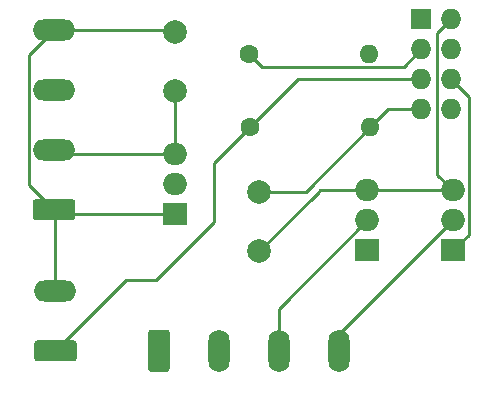
<source format=gtl>
%TF.GenerationSoftware,KiCad,Pcbnew,5.99.0+really5.1.10+dfsg1-1*%
%TF.CreationDate,2021-12-19T10:59:00-08:00*%
%TF.ProjectId,TasmotaGenericPCB,5461736d-6f74-4614-9765-6e6572696350,rev?*%
%TF.SameCoordinates,Original*%
%TF.FileFunction,Copper,L1,Top*%
%TF.FilePolarity,Positive*%
%FSLAX46Y46*%
G04 Gerber Fmt 4.6, Leading zero omitted, Abs format (unit mm)*
G04 Created by KiCad (PCBNEW 5.99.0+really5.1.10+dfsg1-1) date 2021-12-19 10:59:00*
%MOMM*%
%LPD*%
G01*
G04 APERTURE LIST*
%TA.AperFunction,ComponentPad*%
%ADD10O,3.600000X1.800000*%
%TD*%
%TA.AperFunction,ComponentPad*%
%ADD11O,1.800000X3.600000*%
%TD*%
%TA.AperFunction,ComponentPad*%
%ADD12O,1.600000X1.600000*%
%TD*%
%TA.AperFunction,ComponentPad*%
%ADD13C,1.600000*%
%TD*%
%TA.AperFunction,ComponentPad*%
%ADD14C,2.000000*%
%TD*%
%TA.AperFunction,ComponentPad*%
%ADD15R,1.727200X1.727200*%
%TD*%
%TA.AperFunction,ComponentPad*%
%ADD16O,1.727200X1.727200*%
%TD*%
%TA.AperFunction,ComponentPad*%
%ADD17O,2.000000X1.905000*%
%TD*%
%TA.AperFunction,ComponentPad*%
%ADD18R,2.000000X1.905000*%
%TD*%
%TA.AperFunction,Conductor*%
%ADD19C,0.250000*%
%TD*%
G04 APERTURE END LIST*
D10*
%TO.P,J3,2*%
%TO.N,/GND*%
X103124000Y-111633000D03*
%TO.P,J3,1*%
%TO.N,Net-(J3-Pad1)*%
%TA.AperFunction,ComponentPad*%
G36*
G01*
X104674000Y-117613000D02*
X101574000Y-117613000D01*
G75*
G02*
X101324000Y-117363000I0J250000D01*
G01*
X101324000Y-116063000D01*
G75*
G02*
X101574000Y-115813000I250000J0D01*
G01*
X104674000Y-115813000D01*
G75*
G02*
X104924000Y-116063000I0J-250000D01*
G01*
X104924000Y-117363000D01*
G75*
G02*
X104674000Y-117613000I-250000J0D01*
G01*
G37*
%TD.AperFunction*%
%TD*%
D11*
%TO.P,J2,4*%
%TO.N,Net-(J2-Pad4)*%
X127127000Y-116713000D03*
%TO.P,J2,3*%
%TO.N,Net-(J2-Pad3)*%
X122047000Y-116713000D03*
%TO.P,J2,2*%
%TO.N,Net-(J2-Pad2)*%
X116967000Y-116713000D03*
%TO.P,J2,1*%
%TO.N,Net-(J2-Pad1)*%
%TA.AperFunction,ComponentPad*%
G36*
G01*
X110987000Y-118263000D02*
X110987000Y-115163000D01*
G75*
G02*
X111237000Y-114913000I250000J0D01*
G01*
X112537000Y-114913000D01*
G75*
G02*
X112787000Y-115163000I0J-250000D01*
G01*
X112787000Y-118263000D01*
G75*
G02*
X112537000Y-118513000I-250000J0D01*
G01*
X111237000Y-118513000D01*
G75*
G02*
X110987000Y-118263000I0J250000D01*
G01*
G37*
%TD.AperFunction*%
%TD*%
D10*
%TO.P,J1,4*%
%TO.N,/GND*%
X102997000Y-89535000D03*
%TO.P,J1,3*%
%TO.N,Net-(C2-Pad1)*%
X102997000Y-94615000D03*
%TO.P,J1,2*%
%TO.N,/VCC*%
X102997000Y-99695000D03*
%TO.P,J1,1*%
%TO.N,/GND*%
%TA.AperFunction,ComponentPad*%
G36*
G01*
X104547000Y-105675000D02*
X101447000Y-105675000D01*
G75*
G02*
X101197000Y-105425000I0J250000D01*
G01*
X101197000Y-104125000D01*
G75*
G02*
X101447000Y-103875000I250000J0D01*
G01*
X104547000Y-103875000D01*
G75*
G02*
X104797000Y-104125000I0J-250000D01*
G01*
X104797000Y-105425000D01*
G75*
G02*
X104547000Y-105675000I-250000J0D01*
G01*
G37*
%TD.AperFunction*%
%TD*%
D12*
%TO.P,R2,2*%
%TO.N,Net-(C2-Pad1)*%
X129794000Y-97790000D03*
D13*
%TO.P,R2,1*%
%TO.N,Net-(J3-Pad1)*%
X119634000Y-97790000D03*
%TD*%
D12*
%TO.P,R1,2*%
%TO.N,Net-(C2-Pad1)*%
X129667000Y-91567000D03*
D13*
%TO.P,R1,1*%
%TO.N,Net-(R1-Pad1)*%
X119507000Y-91567000D03*
%TD*%
D14*
%TO.P,C2,2*%
%TO.N,/GND*%
X120396000Y-108251000D03*
%TO.P,C2,1*%
%TO.N,Net-(C2-Pad1)*%
X120396000Y-103251000D03*
%TD*%
%TO.P,C1,2*%
%TO.N,/GND*%
X113284000Y-89742000D03*
%TO.P,C1,1*%
%TO.N,/VCC*%
X113284000Y-94742000D03*
%TD*%
D15*
%TO.P,U1,1*%
%TO.N,Net-(J2-Pad1)*%
X134112000Y-88646000D03*
D16*
%TO.P,U1,2*%
%TO.N,/GND*%
X136652000Y-88646000D03*
%TO.P,U1,3*%
%TO.N,Net-(R1-Pad1)*%
X134112000Y-91186000D03*
%TO.P,U1,4*%
%TO.N,Net-(Q1-Pad1)*%
X136652000Y-91186000D03*
%TO.P,U1,5*%
%TO.N,Net-(J3-Pad1)*%
X134112000Y-93726000D03*
%TO.P,U1,6*%
%TO.N,Net-(Q2-Pad1)*%
X136652000Y-93726000D03*
%TO.P,U1,7*%
%TO.N,Net-(C2-Pad1)*%
X134112000Y-96266000D03*
%TO.P,U1,8*%
%TO.N,Net-(J2-Pad2)*%
X136652000Y-96266000D03*
%TD*%
D17*
%TO.P,U2,3*%
%TO.N,/VCC*%
X113284000Y-100076000D03*
%TO.P,U2,2*%
%TO.N,Net-(C2-Pad1)*%
X113284000Y-102616000D03*
D18*
%TO.P,U2,1*%
%TO.N,/GND*%
X113284000Y-105156000D03*
%TD*%
D17*
%TO.P,Q2,3*%
%TO.N,/GND*%
X136779000Y-103124000D03*
%TO.P,Q2,2*%
%TO.N,Net-(J2-Pad4)*%
X136779000Y-105664000D03*
D18*
%TO.P,Q2,1*%
%TO.N,Net-(Q2-Pad1)*%
X136779000Y-108204000D03*
%TD*%
D17*
%TO.P,Q1,3*%
%TO.N,/GND*%
X129540000Y-103124000D03*
%TO.P,Q1,2*%
%TO.N,Net-(J2-Pad3)*%
X129540000Y-105664000D03*
D18*
%TO.P,Q1,1*%
%TO.N,Net-(Q1-Pad1)*%
X129540000Y-108204000D03*
%TD*%
D19*
%TO.N,/GND*%
X103124000Y-104902000D02*
X102997000Y-104775000D01*
X103124000Y-111633000D02*
X103124000Y-104902000D01*
X136779000Y-103124000D02*
X129540000Y-103124000D01*
X125523000Y-103124000D02*
X125309000Y-103338000D01*
X129540000Y-103124000D02*
X125523000Y-103124000D01*
X125309000Y-103338000D02*
X120396000Y-108251000D01*
X125396000Y-103251000D02*
X125309000Y-103338000D01*
X113077000Y-89535000D02*
X113284000Y-89742000D01*
X102997000Y-89535000D02*
X113077000Y-89535000D01*
X103378000Y-105156000D02*
X102997000Y-104775000D01*
X113284000Y-105156000D02*
X103378000Y-105156000D01*
X135463399Y-89834601D02*
X136652000Y-88646000D01*
X135463399Y-101808399D02*
X135463399Y-89834601D01*
X136779000Y-103124000D02*
X135463399Y-101808399D01*
X100871990Y-91660010D02*
X102997000Y-89535000D01*
X100871990Y-102649990D02*
X100871990Y-91660010D01*
X102997000Y-104775000D02*
X100871990Y-102649990D01*
%TO.N,/VCC*%
X113792000Y-95250000D02*
X113284000Y-94742000D01*
X113284000Y-100076000D02*
X113284000Y-94742000D01*
X103378000Y-100076000D02*
X102997000Y-99695000D01*
X113284000Y-100076000D02*
X103378000Y-100076000D01*
%TO.N,Net-(C2-Pad1)*%
X131318000Y-96266000D02*
X129794000Y-97790000D01*
X134112000Y-96266000D02*
X131318000Y-96266000D01*
X124333000Y-103251000D02*
X129794000Y-97790000D01*
X120396000Y-103251000D02*
X124333000Y-103251000D01*
%TO.N,Net-(J2-Pad4)*%
X127127000Y-115316000D02*
X136779000Y-105664000D01*
X127127000Y-116713000D02*
X127127000Y-115316000D01*
%TO.N,Net-(J2-Pad3)*%
X122047000Y-113157000D02*
X129540000Y-105664000D01*
X122047000Y-116713000D02*
X122047000Y-113157000D01*
%TO.N,Net-(Q2-Pad1)*%
X138104010Y-95178010D02*
X136652000Y-93726000D01*
X138104010Y-106878990D02*
X138104010Y-95178010D01*
X136779000Y-108204000D02*
X138104010Y-106878990D01*
%TO.N,Net-(R1-Pad1)*%
X120632001Y-92692001D02*
X119507000Y-91567000D01*
X132605999Y-92692001D02*
X120632001Y-92692001D01*
X134112000Y-91186000D02*
X132605999Y-92692001D01*
%TO.N,Net-(J3-Pad1)*%
X103124000Y-116713000D02*
X109093000Y-110744000D01*
X111630502Y-110744000D02*
X116586000Y-105788502D01*
X109093000Y-110744000D02*
X111630502Y-110744000D01*
X116586000Y-100838000D02*
X119634000Y-97790000D01*
X116586000Y-105788502D02*
X116586000Y-100838000D01*
X123698000Y-93726000D02*
X119634000Y-97790000D01*
X134112000Y-93726000D02*
X123698000Y-93726000D01*
%TD*%
M02*

</source>
